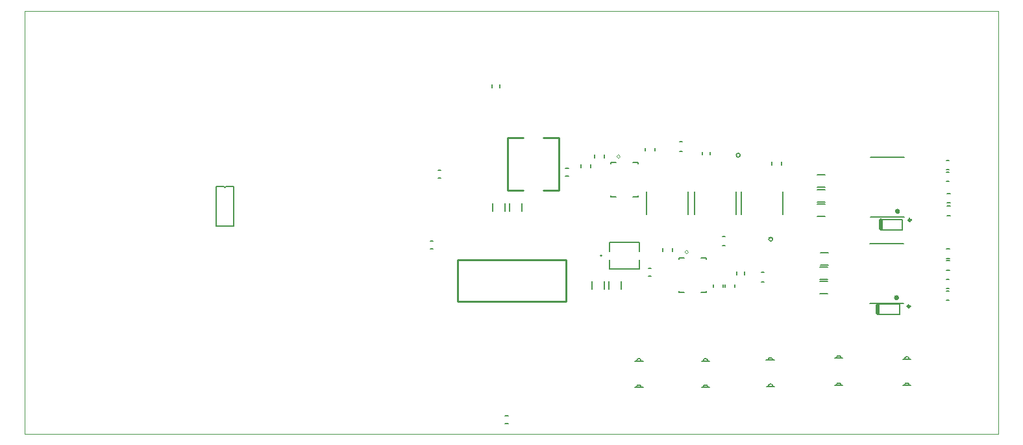
<source format=gto>
G04*
G04 #@! TF.GenerationSoftware,Altium Limited,Altium Designer,19.1.5 (86)*
G04*
G04 Layer_Color=65535*
%FSLAX44Y44*%
%MOMM*%
G71*
G01*
G75*
%ADD10C,0.1524*%
%ADD11C,0.0000*%
%ADD12C,0.2000*%
%ADD13C,0.1270*%
%ADD14C,0.3000*%
%ADD15C,0.5000*%
%ADD16C,0.2540*%
%ADD17C,0.1000*%
D10*
X975558Y96520D02*
G03*
X969462Y96520I-3048J0D01*
G01*
X804108Y95250D02*
G03*
X798012Y95250I-3048J0D01*
G01*
X1153668Y97790D02*
G03*
X1147572Y97790I-3048J0D01*
G01*
X890928Y95250D02*
G03*
X884832Y95250I-3048J0D01*
G01*
X1064768Y99060D02*
G03*
X1058672Y99060I-3048J0D01*
G01*
X975868Y62230D02*
G03*
X969772Y62230I-3048J0D01*
G01*
X804108Y60960D02*
G03*
X798012Y60960I-3048J0D01*
G01*
X1064768Y63500D02*
G03*
X1058672Y63500I-3048J0D01*
G01*
X1153668D02*
G03*
X1147572Y63500I-3048J0D01*
G01*
X890928Y60960D02*
G03*
X884832Y60960I-3048J0D01*
G01*
X752348Y232410D02*
G03*
X752348Y232410I-762J0D01*
G01*
X975558Y96520D02*
X977844D01*
X969462D02*
X975558D01*
X967176D02*
X969462D01*
X804108Y95250D02*
X806394D01*
X798012D02*
X804108D01*
X795726D02*
X798012D01*
X1153668Y97790D02*
X1155954D01*
X1147572D02*
X1153668D01*
X1145286D02*
X1147572D01*
X890928Y95250D02*
X893214D01*
X884832D02*
X890928D01*
X882546D02*
X884832D01*
X1064768Y99060D02*
X1067054D01*
X1058672D02*
X1064768D01*
X1056386D02*
X1058672D01*
X975868Y62230D02*
X978154D01*
X969772D02*
X975868D01*
X967486D02*
X969772D01*
X804108Y60960D02*
X806394D01*
X798012D02*
X804108D01*
X795726D02*
X798012D01*
X1064768Y63500D02*
X1067054D01*
X1058672D02*
X1064768D01*
X1056386D02*
X1058672D01*
X1153668D02*
X1155954D01*
X1147572D02*
X1153668D01*
X1145286D02*
X1147572D01*
X890928Y60960D02*
X893214D01*
X884832D02*
X890928D01*
X882546D02*
X884832D01*
X763016Y215138D02*
Y226582D01*
Y238238D02*
Y249682D01*
X801624D01*
Y215138D02*
Y226582D01*
X763016Y215138D02*
X801624D01*
Y238238D02*
Y249682D01*
D11*
X776470Y361570D02*
G03*
X776470Y361570I-2000J0D01*
G01*
X865370Y237110D02*
G03*
X865370Y237110I-2000J0D01*
G01*
D12*
X259665Y322620D02*
G03*
X262915Y322620I1625J0D01*
G01*
X975470Y253910D02*
G03*
X975470Y253910I-2500J0D01*
G01*
X933070Y363370D02*
G03*
X933070Y363370I-2500J0D01*
G01*
X249640Y270620D02*
Y322620D01*
Y270620D02*
X272940D01*
Y322620D01*
X262915D02*
X272940D01*
X249640D02*
X259665D01*
X1037125Y182910D02*
X1047125D01*
X1037125Y198910D02*
X1047125D01*
X1037125Y201960D02*
X1047125D01*
X1037125Y217960D02*
X1047125D01*
X1037670Y220600D02*
X1047670D01*
X1037670Y236600D02*
X1047670D01*
X1201960Y174090D02*
X1205960D01*
X1201960Y186590D02*
X1205960D01*
X1201960Y189330D02*
X1205960D01*
X1201960Y201830D02*
X1205960D01*
X1202525Y213830D02*
X1206525D01*
X1202525Y226330D02*
X1206525D01*
X1202525Y229070D02*
X1206525D01*
X1202525Y241570D02*
X1206525D01*
X1112400Y169310D02*
X1140890D01*
Y155810D02*
Y169310D01*
X1112400Y155810D02*
X1140890D01*
X1033900Y283660D02*
X1043900D01*
X1033900Y299660D02*
X1043900D01*
X1033900Y302710D02*
X1043900D01*
X1033900Y318710D02*
X1043900D01*
X1033900Y321760D02*
X1043900D01*
X1033900Y337760D02*
X1043900D01*
X1203230Y301090D02*
X1207230D01*
X1203230Y313590D02*
X1207230D01*
X1203230Y284580D02*
X1207230D01*
X1203230Y297080D02*
X1207230D01*
X1201960Y344270D02*
X1205960D01*
X1201960Y356770D02*
X1205960D01*
X1201960Y329030D02*
X1205960D01*
X1201960Y341530D02*
X1205960D01*
X1116480Y279800D02*
X1144970D01*
Y266300D02*
Y279800D01*
X1116480Y266300D02*
X1144970D01*
X960660Y210720D02*
X964660D01*
X960660Y198220D02*
X964660D01*
X626650Y24050D02*
X630650D01*
X626650Y14050D02*
X630650D01*
X539020Y344090D02*
X543020D01*
X539020Y334090D02*
X543020D01*
X986690Y350450D02*
Y354450D01*
X974190Y350450D02*
Y354450D01*
X910490Y191040D02*
Y195040D01*
X897990Y191040D02*
Y195040D01*
X938450Y207550D02*
Y211550D01*
X928450Y207550D02*
Y211550D01*
X909860Y257710D02*
X913860D01*
X909860Y245210D02*
X913860D01*
X844450Y238030D02*
Y242030D01*
X831950Y238030D02*
Y242030D01*
X528860Y251380D02*
X532860D01*
X528860Y241380D02*
X532860D01*
X813340Y205820D02*
X817340D01*
X813340Y215820D02*
X817340D01*
X755550Y359950D02*
Y363950D01*
X743050Y359950D02*
Y363950D01*
X913230Y191040D02*
Y195040D01*
X925730Y191040D02*
Y195040D01*
X821590Y368840D02*
Y372840D01*
X809090Y368840D02*
Y372840D01*
X853980Y368400D02*
X857980D01*
X853980Y380900D02*
X857980D01*
X648080Y290910D02*
Y300910D01*
X632080Y290910D02*
Y300910D01*
X626490Y290910D02*
Y300910D01*
X610490Y290910D02*
Y300910D01*
X894000Y363760D02*
Y367760D01*
X884000Y363760D02*
Y367760D01*
X705390Y346630D02*
X709390D01*
X705390Y336630D02*
X709390D01*
X609680Y451390D02*
Y455390D01*
X619680Y451390D02*
Y455390D01*
X737770Y347250D02*
Y351250D01*
X725270Y347250D02*
Y351250D01*
X777620Y189310D02*
Y199310D01*
X761620Y189310D02*
Y199310D01*
X756030Y189310D02*
Y199310D01*
X740030Y189310D02*
Y199310D01*
D13*
X1138706Y177650D02*
G03*
X1138706Y177650I-1556J0D01*
G01*
X1138250D02*
G03*
X1138250Y177650I-1100J0D01*
G01*
X1139350D02*
G03*
X1139350Y177650I-1100J0D01*
G01*
D02*
G03*
X1139350Y177650I-1100J0D01*
G01*
X1139610D02*
G03*
X1139610Y177650I-2460J0D01*
G01*
X1139866Y290240D02*
G03*
X1139866Y290240I-1556J0D01*
G01*
X1139410D02*
G03*
X1139410Y290240I-1100J0D01*
G01*
X1140510D02*
G03*
X1140510Y290240I-1100J0D01*
G01*
D02*
G03*
X1140510Y290240I-1100J0D01*
G01*
X1140770D02*
G03*
X1140770Y290240I-2460J0D01*
G01*
X764820Y353970D02*
X771320D01*
X764820Y351970D02*
Y353970D01*
X793320D02*
X799820D01*
Y351970D02*
Y353970D01*
X793320Y308970D02*
X799820D01*
Y310470D01*
X764820Y308970D02*
X771320D01*
X764820D02*
Y310970D01*
X853720Y229510D02*
X860220D01*
X853720Y227510D02*
Y229510D01*
X882220D02*
X888720D01*
Y227510D02*
Y229510D01*
X882220Y184510D02*
X888720D01*
Y186010D01*
X853720Y184510D02*
X860220D01*
X853720D02*
Y186510D01*
X1101950Y170550D02*
X1145950D01*
X1101950Y248550D02*
X1145950D01*
X1103110Y283140D02*
X1147110D01*
X1103110Y361140D02*
X1147110D01*
X988390Y286190D02*
Y315790D01*
X934390Y286190D02*
Y315790D01*
X927430Y286190D02*
Y315790D01*
X873430Y286190D02*
Y315790D01*
X865200Y286190D02*
Y315790D01*
X811200Y286190D02*
Y315790D01*
D14*
X1154660Y166370D02*
G03*
X1154660Y166370I-1500J0D01*
G01*
X1155820Y278960D02*
G03*
X1155820Y278960I-1500J0D01*
G01*
D15*
X1112650Y157290D02*
Y167790D01*
X1116730Y267780D02*
Y278280D01*
D16*
X696341Y317373D02*
Y386207D01*
X676021Y317373D02*
X696341D01*
X629539D02*
X649859D01*
X676021Y386207D02*
X696341D01*
X629539Y317373D02*
Y386207D01*
X649859D01*
X706120Y172695D02*
Y227305D01*
X564515D02*
X706120D01*
X564515Y172695D02*
Y227305D01*
Y172695D02*
X706120D01*
D17*
X0Y0D02*
X1270000D01*
Y551180D01*
X0D02*
X1270000D01*
X0Y0D02*
Y551180D01*
M02*

</source>
